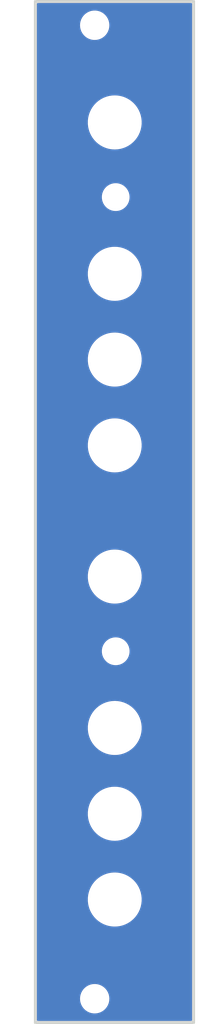
<source format=kicad_pcb>
(kicad_pcb (version 20211014) (generator pcbnew)
  (title_block (title "Eurorack Panel for Buff-Mult") (date "2022-06-06") (rev "1.0") (company "Len Popp") (comment 1 "Copyright © 2021 Len Popp CC BY") (comment 2 "4 HP") (comment 3 "Mounting holes match Delptronics panels"))
  (layers (0 "F.Cu" signal) (31 "B.Cu" signal) (34 "B.Paste" user) (35 "F.Paste" user) (36 "B.SilkS" user "B.Silkscreen") (37 "F.SilkS" user "F.Silkscreen") (38 "B.Mask" user) (39 "F.Mask" user) (44 "Edge.Cuts" user))
  (net 0 "")
  (footprint "-lmp-holes:MountingHole_Panel_3.2mm_M3" (layer "F.Cu") (at 107.5 53)
    (fp_text reference "REF**" hide)
    (fp_text value "MountingHole_Panel_3.2mm_M3")
    (pad "" np_thru_hole circle locked (at 0 0) (size 3.2 3.2) (drill 3.2) (layers *.Cu *.Mask))
  )
  (footprint "-lmp-holes:MountingHole_Panel_3.2mm_M3" (layer "F.Cu") (at 107.5 175.5)
    (fp_text reference "REF**" hide)
    (fp_text value "MountingHole_Panel_3.2mm_M3")
    (pad "" np_thru_hole circle locked (at 0 0) (size 3.2 3.2) (drill 3.2) (layers *.Cu *.Mask))
  )
  (footprint "-lmp-holes:MountingHole_Jack_3.5mm_PJ398" (layer "F.Cu") (at 110.033 122.378)
    (fp_text reference "REF**" hide)
    (fp_text value "MountingHole_Jack_3.5mm_PJ398")
    (pad "" np_thru_hole circle locked (at 0 0) (size 6.3 6.3) (drill 6.3) (layers *.Cu *.Mask))
  )
  (footprint "-lmp-holes:MountingHole_Jack_3.5mm_PJ398" (layer "F.Cu") (at 110.033 141.428)
    (fp_text reference "REF**" hide)
    (fp_text value "MountingHole_Jack_3.5mm_PJ398")
    (pad "" np_thru_hole circle locked (at 0 0) (size 6.3 6.3) (drill 6.3) (layers *.Cu *.Mask))
  )
  (footprint "-lmp-holes:MountingHole_Jack_3.5mm_PJ398" (layer "F.Cu") (at 110.033 163.018)
    (fp_text reference "REF**" hide)
    (fp_text value "MountingHole_Jack_3.5mm_PJ398")
    (pad "" np_thru_hole circle locked (at 0 0) (size 6.3 6.3) (drill 6.3) (layers *.Cu *.Mask))
  )
  (footprint "-lmp-holes:MountingHole_LED_3mm" (layer "F.Cu") (at 110.155 131.776)
    (fp_text reference "REF**" hide)
    (fp_text value "MountingHole_LED_3mm")
    (pad "" np_thru_hole circle (at 0 0) (size 3 3) (drill 3) (layers F&B.Cu *.Mask))
  )
  (footprint "-lmp-holes:MountingHole_Jack_3.5mm_PJ398" (layer "F.Cu") (at 110.033 95.073)
    (fp_text reference "REF**" hide)
    (fp_text value "MountingHole_Jack_3.5mm_PJ398")
    (pad "" np_thru_hole circle locked (at 0 0) (size 6.3 6.3) (drill 6.3) (layers *.Cu *.Mask))
  )
  (footprint "-lmp-holes:MountingHole_Jack_3.5mm_PJ398" (layer "F.Cu") (at 110.033 65.228)
    (fp_text reference "REF**" hide)
    (fp_text value "MountingHole_Jack_3.5mm_PJ398")
    (pad "" np_thru_hole circle locked (at 0 0) (size 6.3 6.3) (drill 6.3) (layers *.Cu *.Mask))
  )
  (footprint "-lmp-holes:MountingHole_Jack_3.5mm_PJ398" (layer "F.Cu") (at 110.033 152.223)
    (fp_text reference "REF**" hide)
    (fp_text value "MountingHole_Jack_3.5mm_PJ398")
    (pad "" np_thru_hole circle locked (at 0 0) (size 6.3 6.3) (drill 6.3) (layers *.Cu *.Mask))
  )
  (footprint "-lmp-holes:MountingHole_Jack_3.5mm_PJ398" (layer "F.Cu") (at 110.033 84.278)
    (fp_text reference "REF**" hide)
    (fp_text value "MountingHole_Jack_3.5mm_PJ398")
    (pad "" np_thru_hole circle locked (at 0 0) (size 6.3 6.3) (drill 6.3) (layers *.Cu *.Mask))
  )
  (footprint "-lmp-holes:MountingHole_Jack_3.5mm_PJ398" (layer "F.Cu") (at 110.033 105.868)
    (fp_text reference "REF**" hide)
    (fp_text value "MountingHole_Jack_3.5mm_PJ398")
    (pad "" np_thru_hole circle locked (at 0 0) (size 6.3 6.3) (drill 6.3) (layers *.Cu *.Mask))
  )
  (footprint "-lmp-holes:MountingHole_LED_3mm" (layer "F.Cu") (at 110.155 74.626)
    (fp_text reference "REF**" hide)
    (fp_text value "MountingHole_LED_3mm")
    (pad "" np_thru_hole circle (at 0 0) (size 3 3) (drill 3) (layers F&B.Cu *.Mask))
  )
  (gr_line (start 120 178.5) (end 100 178.5) (layer "Edge.Cuts") (width 0.3556))
  (gr_line (start 100 178.5) (end 100 50) (layer "Edge.Cuts") (width 0.3556))
  (gr_line (start 120 50) (end 120 178.5) (layer "Edge.Cuts") (width 0.3556))
  (gr_line (start 100 50) (end 120 50) (layer "Edge.Cuts") (width 0.3556))
  (zone (net 0) (net_name "") (layer "F.Cu") (connect_pads (clearance 0.2032)) (min_thickness 0.2032) (fill yes (thermal_gap 0.508) (thermal_bridge_width 0.508))
    (polygon (pts (xy 120.1 178.6) (xy 99.9 178.6) (xy 99.9 49.9) (xy 120.1 49.9)))
  )
  (zone (net 0) (net_name "") (layer "B.Cu") (connect_pads (clearance 0.2032)) (min_thickness 0.2032) (fill yes (thermal_gap 0.508) (thermal_bridge_width 0.508))
    (polygon (pts (xy 120.1 178.6) (xy 99.9 178.6) (xy 99.9 49.9) (xy 120.1 49.9)))
  )
)
</source>
